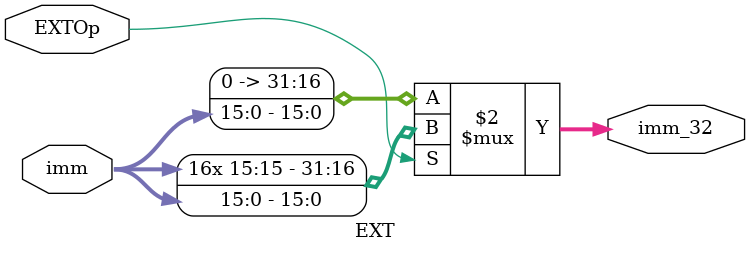
<source format=v>
`timescale 1ns / 1ps
module EXT(
input wire [15:0] imm,
input wire EXTOp,
output wire [31:0] imm_32
    );
assign imm_32 = (EXTOp == 1'b1) ? {{16{imm[15]}},imm} : {16'b0,imm};
endmodule

</source>
